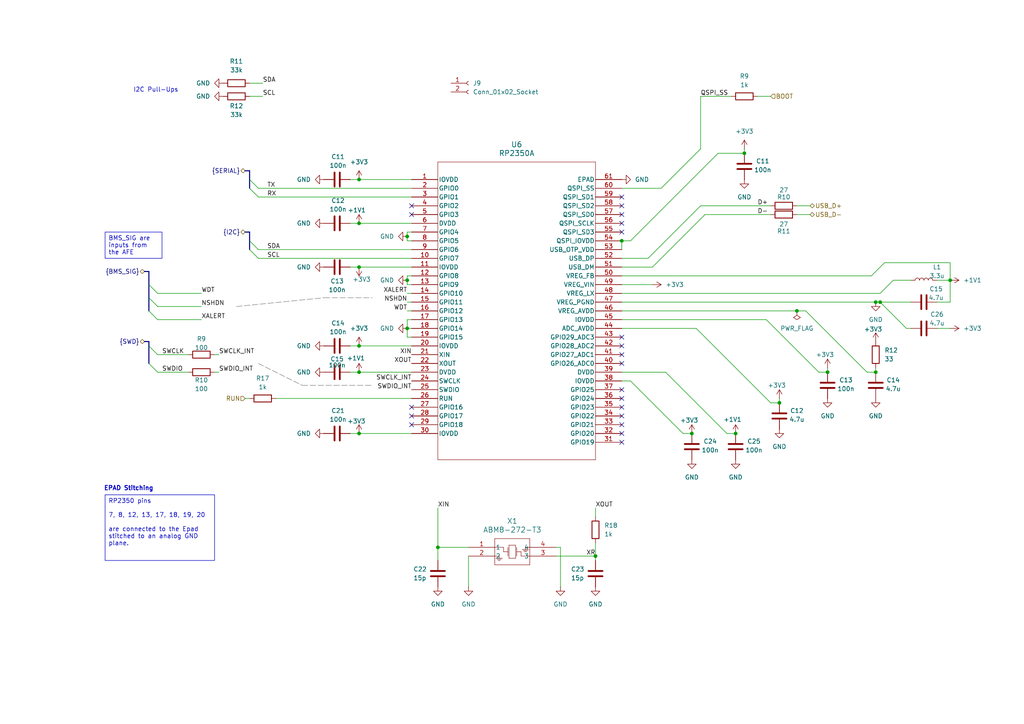
<source format=kicad_sch>
(kicad_sch (version 20250114) (generator "eeschema") (generator_version "9.0")
  (paper "A4")
  (lib_symbols
    (symbol "Connector:Conn_01x02_Socket" (pin_names (offset 1.016) (hide yes))
      (property "Reference" "J" (at 0 2.54 0))
      (property "Value" "Conn_01x02_Socket" (at 0 -5.08 0))
      (symbol "Conn_01x02_Socket_1_1"
        (polyline (pts (xy -1.27 0) (xy -0.508 0)) (stroke (width 0.1524)))
        (polyline (pts (xy -1.27 -2.54) (xy -0.508 -2.54)) (stroke (width 0.1524)))
        (arc (start 0 -0.508) (mid -0.5058 0) (end 0 0.508) (stroke (width 0.1524)))
        (arc (start 0 -3.048) (mid -0.5058 -2.54) (end 0 -2.032) (stroke (width 0.1524)))
        (pin passive line (at -5.08 0 0) (length 3.81) (name "Pin_1") (number "1"))
        (pin passive line (at -5.08 -2.54 0) (length 3.81) (name "Pin_2") (number "2"))
      )
    )
    (symbol "Device:C" (pin_numbers (hide yes)) (pin_names (offset 0.254))
      (property "Reference" "C" (at 0.635 2.54 0))
      (property "Value" "C" (at 0.635 -2.54 0))
      (symbol "C_0_1"
        (polyline (pts (xy -2.032 0.762) (xy 2.032 0.762)) (stroke (width 0.508)))
        (polyline (pts (xy -2.032 -0.762) (xy 2.032 -0.762)) (stroke (width 0.508)))
      )
      (symbol "C_1_1"
        (pin passive line (at 0 3.81 270) (length 2.794) (name "~") (number "1"))
        (pin passive line (at 0 -3.81 90) (length 2.794) (name "~") (number "2"))
      )
    )
    (symbol "Device:L" (pin_numbers (hide yes)) (pin_names (offset 1.016) (hide yes))
      (property "Reference" "L" (at -1.27 0 90))
      (property "Value" "L" (at 1.905 0 90))
      (symbol "L_0_1"
        (arc (start 0 2.54) (mid 0.6323 1.905) (end 0 1.27))
        (arc (start 0 1.27) (mid 0.6323 0.635) (end 0 0))
        (arc (start 0 0) (mid 0.6323 -0.635) (end 0 -1.27))
        (arc (start 0 -1.27) (mid 0.6323 -1.905) (end 0 -2.54))
      )
      (symbol "L_1_1"
        (pin passive line (at 0 3.81 270) (length 1.27) (name "1") (number "1"))
        (pin passive line (at 0 -3.81 90) (length 1.27) (name "2") (number "2"))
      )
    )
    (symbol "Device:R" (pin_numbers (hide yes)) (pin_names (offset 0))
      (property "Reference" "R" (at 2.032 0 90))
      (property "Value" "R" (at 0 0 90))
      (symbol "R_0_1"
        (rectangle (start -1.016 -2.54) (end 1.016 2.54) (stroke (width 0.254)))
      )
      (symbol "R_1_1"
        (pin passive line (at 0 3.81 270) (length 1.27) (name "~") (number "1"))
        (pin passive line (at 0 -3.81 90) (length 1.27) (name "~") (number "2"))
      )
    )
    (symbol "_AMB8:ABM8-272-T3" (pin_names (offset 0.254))
      (property "Reference" "X" (at 12.7 7.62 0))
      (property "Value" "ABM8-272-T3" (at 12.7 5.08 0))
      (symbol "ABM8-272-T3_0_1"
        (polyline (pts (xy 7.62 2.54) (xy 7.62 -5.08)) (stroke (width 0.127)))
        (polyline (pts (xy 7.62 -2.54) (xy 8.89 -2.54)) (stroke (width 0.127)))
        (polyline (pts (xy 7.62 -5.08) (xy 17.78 -5.08)) (stroke (width 0.127)))
        (polyline (pts (xy 7.9375 -3.175) (xy 9.8425 -3.175)) (stroke (width 0.127)))
        (polyline (pts (xy 8.255 -3.4925) (xy 9.525 -3.4925)) (stroke (width 0.127)))
        (polyline (pts (xy 8.5725 -3.81) (xy 9.2075 -3.81)) (stroke (width 0.127)))
        (polyline (pts (xy 8.89 -2.54) (xy 8.89 -3.175)) (stroke (width 0.127)))
        (polyline (pts (xy 10.16 0) (xy 7.62 0)) (stroke (width 0.127)))
        (polyline (pts (xy 10.16 -1.27) (xy 10.16 0)) (stroke (width 0.127)))
        (polyline (pts (xy 11.43 0) (xy 11.43 -2.54)) (stroke (width 0.127)))
        (polyline (pts (xy 11.43 -1.27) (xy 10.16 -1.27)) (stroke (width 0.127)))
        (polyline (pts (xy 11.7475 0.635) (xy 11.7475 -3.175)) (stroke (width 0.127)))
        (polyline (pts (xy 11.7475 -3.175) (xy 13.6525 -3.175)) (stroke (width 0.127)))
        (polyline (pts (xy 13.6525 0.635) (xy 11.7475 0.635)) (stroke (width 0.127)))
        (polyline (pts (xy 13.6525 -3.175) (xy 13.6525 0.635)) (stroke (width 0.127)))
        (polyline (pts (xy 13.97 0) (xy 13.97 -2.54)) (stroke (width 0.127)))
        (polyline (pts (xy 13.97 -1.27) (xy 15.24 -1.27)) (stroke (width 0.127)))
        (polyline (pts (xy 15.24 -1.27) (xy 15.24 -2.54)) (stroke (width 0.127)))
        (polyline (pts (xy 15.24 -2.54) (xy 17.78 -2.54)) (stroke (width 0.127)))
        (polyline (pts (xy 16.51 0) (xy 16.51 -0.635)) (stroke (width 0.127)))
        (polyline (pts (xy 16.8275 -1.27) (xy 16.1925 -1.27)) (stroke (width 0.127)))
        (polyline (pts (xy 17.145 -0.9525) (xy 15.875 -0.9525)) (stroke (width 0.127)))
        (polyline (pts (xy 17.4625 -0.635) (xy 15.5575 -0.635)) (stroke (width 0.127)))
        (polyline (pts (xy 17.78 2.54) (xy 7.62 2.54)) (stroke (width 0.127)))
        (polyline (pts (xy 17.78 0) (xy 16.51 0)) (stroke (width 0.127)))
        (polyline (pts (xy 17.78 -5.08) (xy 17.78 2.54)) (stroke (width 0.127)))
      )
      (symbol "ABM8-272-T3_1_1"
        (pin passive line (at 0 0 0) (length 7.62) (name "1") (number "1"))
        (pin passive line (at 0 -2.54 0) (length 7.62) (name "2") (number "2"))
        (pin passive line (at 25.4 0 180) (length 7.62) (name "4") (number "4"))
        (pin passive line (at 25.4 -2.54 180) (length 7.62) (name "3") (number "3"))
      )
    )
    (symbol "_RP2354A:RP2350A" (pin_names (offset 0.254))
      (property "Reference" "U" (at 30.48 10.16 0))
      (property "Value" "RP2350A" (at 30.48 7.62 0))
      (symbol "RP2350A_0_1"
        (polyline (pts (xy 7.62 5.08) (xy 7.62 -81.28)) (stroke (width 0.127)))
        (polyline (pts (xy 7.62 -81.28) (xy 53.34 -81.28)) (stroke (width 0.127)))
        (polyline (pts (xy 53.34 5.08) (xy 7.62 5.08)) (stroke (width 0.127)))
        (polyline (pts (xy 53.34 -81.28) (xy 53.34 5.08)) (stroke (width 0.127)))
        (pin power_in line (at 0 0 0) (length 7.62) (name "IOVDD") (number "1"))
        (pin bidirectional line (at 0 -2.54 0) (length 7.62) (name "GPIO0") (number "2"))
        (pin bidirectional line (at 0 -5.08 0) (length 7.62) (name "GPIO1") (number "3"))
        (pin bidirectional line (at 0 -7.62 0) (length 7.62) (name "GPIO2") (number "4"))
        (pin bidirectional line (at 0 -10.16 0) (length 7.62) (name "GPIO3") (number "5"))
        (pin power_in line (at 0 -12.7 0) (length 7.62) (name "DVDD") (number "6"))
        (pin bidirectional line (at 0 -15.24 0) (length 7.62) (name "GPIO4") (number "7"))
        (pin bidirectional line (at 0 -17.78 0) (length 7.62) (name "GPIO5") (number "8"))
        (pin bidirectional line (at 0 -20.32 0) (length 7.62) (name "GPIO6") (number "9"))
        (pin bidirectional line (at 0 -22.86 0) (length 7.62) (name "GPIO7") (number "10"))
        (pin power_in line (at 0 -25.4 0) (length 7.62) (name "IOVDD") (number "11"))
        (pin bidirectional line (at 0 -27.94 0) (length 7.62) (name "GPIO8") (number "12"))
        (pin bidirectional line (at 0 -30.48 0) (length 7.62) (name "GPIO9") (number "13"))
        (pin bidirectional line (at 0 -33.02 0) (length 7.62) (name "GPIO10") (number "14"))
        (pin bidirectional line (at 0 -35.56 0) (length 7.62) (name "GPIO11") (number "15"))
        (pin bidirectional line (at 0 -38.1 0) (length 7.62) (name "GPIO12") (number "16"))
        (pin bidirectional line (at 0 -40.64 0) (length 7.62) (name "GPIO13") (number "17"))
        (pin bidirectional line (at 0 -43.18 0) (length 7.62) (name "GPIO14") (number "18"))
        (pin bidirectional line (at 0 -45.72 0) (length 7.62) (name "GPIO15") (number "19"))
        (pin power_in line (at 0 -48.26 0) (length 7.62) (name "IOVDD") (number "20"))
        (pin power_in line (at 0 -55.88 0) (length 7.62) (name "DVDD") (number "23"))
        (pin bidirectional line (at 0 -66.04 0) (length 7.62) (name "GPIO16") (number "27"))
        (pin bidirectional line (at 0 -68.58 0) (length 7.62) (name "GPIO17") (number "28"))
        (pin bidirectional line (at 0 -71.12 0) (length 7.62) (name "GPIO18") (number "29"))
        (pin power_in line (at 0 -73.66 0) (length 7.62) (name "IOVDD") (number "30"))
        (pin bidirectional line (at 60.96 -5.08 180) (length 7.62) (name "QSPI_SD1") (number "59"))
        (pin bidirectional line (at 60.96 -7.62 180) (length 7.62) (name "QSPI_SD2") (number "58"))
        (pin bidirectional line (at 60.96 -10.16 180) (length 7.62) (name "QSPI_SD0") (number "57"))
        (pin unspecified line (at 60.96 -12.7 180) (length 7.62) (name "QSPI_SCLK") (number "56"))
        (pin bidirectional line (at 60.96 -15.24 180) (length 7.62) (name "QSPI_SD3") (number "55"))
        (pin power_in line (at 60.96 -17.78 180) (length 7.62) (name "QSPI_IOVDD") (number "54"))
        (pin power_in line (at 60.96 -20.32 180) (length 7.62) (name "USB_OTP_VDD") (number "53"))
        (pin power_in line (at 60.96 -38.1 180) (length 7.62) (name "VREG_AVDD") (number "46"))
        (pin power_in line (at 60.96 -40.64 180) (length 7.62) (name "IOVDD") (number "45"))
        (pin power_in line (at 60.96 -43.18 180) (length 7.62) (name "ADC_AVDD") (number "44"))
        (pin bidirectional line (at 60.96 -45.72 180) (length 7.62) (name "GPIO29_ADC3") (number "43"))
        (pin bidirectional line (at 60.96 -48.26 180) (length 7.62) (name "GPIO28_ADC2") (number "42"))
        (pin bidirectional line (at 60.96 -50.8 180) (length 7.62) (name "GPIO27_ADC1") (number "41"))
        (pin bidirectional line (at 60.96 -53.34 180) (length 7.62) (name "GPIO26_ADC0") (number "40"))
        (pin power_in line (at 60.96 -55.88 180) (length 7.62) (name "DVDD") (number "39"))
        (pin power_in line (at 60.96 -58.42 180) (length 7.62) (name "IOVDD") (number "38"))
        (pin bidirectional line (at 60.96 -60.96 180) (length 7.62) (name "GPIO25") (number "37"))
        (pin bidirectional line (at 60.96 -63.5 180) (length 7.62) (name "GPIO24") (number "36"))
        (pin bidirectional line (at 60.96 -66.04 180) (length 7.62) (name "GPIO23") (number "35"))
        (pin bidirectional line (at 60.96 -68.58 180) (length 7.62) (name "GPIO22") (number "34"))
        (pin bidirectional line (at 60.96 -71.12 180) (length 7.62) (name "GPIO21") (number "33"))
        (pin bidirectional line (at 60.96 -73.66 180) (length 7.62) (name "GPIO20") (number "32"))
        (pin bidirectional line (at 60.96 -76.2 180) (length 7.62) (name "GPIO19") (number "31"))
      )
      (symbol "RP2350A_1_1"
        (pin passive line (at 0 -50.8 0) (length 7.62) (name "XIN") (number "21"))
        (pin passive line (at 0 -53.34 0) (length 7.62) (name "XOUT") (number "22"))
        (pin passive line (at 0 -58.42 0) (length 7.62) (name "SWCLK") (number "24"))
        (pin passive line (at 0 -60.96 0) (length 7.62) (name "SWDIO") (number "25"))
        (pin passive line (at 0 -63.5 0) (length 7.62) (name "RUN") (number "26"))
        (pin passive line (at 60.96 0 180) (length 7.62) (name "EPAD") (number "61"))
        (pin passive line (at 60.96 -2.54 180) (length 7.62) (name "QSPI_SS") (number "60"))
        (pin passive line (at 60.96 -22.86 180) (length 7.62) (name "USB_DP") (number "52"))
        (pin passive line (at 60.96 -25.4 180) (length 7.62) (name "USB_DM") (number "51"))
        (pin passive line (at 60.96 -27.94 180) (length 7.62) (name "VREG_FB") (number "50"))
        (pin passive line (at 60.96 -30.48 180) (length 7.62) (name "VREG_VIN") (number "49"))
        (pin passive line (at 60.96 -33.02 180) (length 7.62) (name "VREG_LX") (number "48"))
        (pin passive line (at 60.96 -35.56 180) (length 7.62) (name "VREG_PGND") (number "47"))
      )
    )
    (symbol "power:+1V1" (power) (pin_numbers (hide yes)) (pin_names (offset 0) (hide yes))
      (property "Value" "+1V1" (at 0 3.556 0))
      (symbol "+1V1_0_1"
        (polyline (pts (xy -0.762 1.27) (xy 0 2.54)))
        (polyline (pts (xy 0 2.54) (xy 0.762 1.27)))
        (polyline (pts (xy 0 0) (xy 0 2.54)))
      )
      (symbol "+1V1_1_1"
        (pin power_in line (at 0 0 90) (length 0) (name "~") (number "1"))
      )
    )
    (symbol "power:+3V3" (power) (pin_numbers (hide yes)) (pin_names (offset 0) (hide yes))
      (property "Value" "+3V3" (at 0 3.556 0))
      (symbol "+3V3_0_1"
        (polyline (pts (xy -0.762 1.27) (xy 0 2.54)))
        (polyline (pts (xy 0 2.54) (xy 0.762 1.27)))
        (polyline (pts (xy 0 0) (xy 0 2.54)))
      )
      (symbol "+3V3_1_1"
        (pin power_in line (at 0 0 90) (length 0) (name "~") (number "1"))
      )
    )
    (symbol "power:GND" (power) (pin_numbers (hide yes)) (pin_names (offset 0) (hide yes))
      (property "Value" "GND" (at 0 -3.81 0))
      (symbol "GND_0_1"
        (polyline (pts (xy 0 0) (xy 0 -1.27) (xy 1.27 -1.27) (xy 0 -2.54) (xy -1.27 -1.27) (xy 0 -1.27)))
      )
      (symbol "GND_1_1"
        (pin power_in line (at 0 0 270) (length 0) (name "~") (number "1"))
      )
    )
    (symbol "power:PWR_FLAG" (power) (pin_numbers (hide yes)) (pin_names (offset 0) (hide yes))
      (property "Value" "PWR_FLAG" (at 0 3.81 0))
      (symbol "PWR_FLAG_0_0"
        (pin power_out line (at 0 0 90) (length 0) (name "~") (number "1"))
      )
      (symbol "PWR_FLAG_0_1"
        (polyline (pts (xy 0 0) (xy 0 1.27) (xy -1.016 1.905) (xy 0 2.54) (xy 1.016 1.905) (xy 0 1.27)))
      )
    )
  )
  (text "I2C Pull-Ups" (at 45.212 26.162 0) (effects (font (size 1.27 1.27))))
  (text "EPAD Stitching" (at 37.338 141.732 0) (effects (font (size 1.27 1.27) (thickness 0.254) (bold yes))))
  (text_box "BMS_SIG are inputs from the AFE" (at 30.48 67.31 0) (size 16.51 7.62) (margins 0.9525 0.9525 0.9525 0.9525) (effects (font (size 1.27 1.27)) (justify left top)))
  (text_box "RP2350 pins\n\n7, 8, 12, 13, 17, 18, 19, 20\n\nare connected to the Epad stitched to an analog GND plane." (at 30.48 143.51 0) (size 31.75 19.05) (margins 0.9525 0.9525 0.9525 0.9525) (effects (font (size 1.27 1.27)) (justify left top)))
  (junction (at 104.14 125.73))
  (junction (at 231.14 90.17))
  (junction (at 118.11 68.58))
  (junction (at 104.14 64.77))
  (junction (at 213.36 125.73))
  (junction (at 240.03 107.95))
  (junction (at 254 87.63))
  (junction (at 172.72 161.29))
  (junction (at 127 158.75))
  (junction (at 254 107.95))
  (junction (at 104.14 100.33))
  (junction (at 255.27 87.63))
  (junction (at 226.06 116.84))
  (junction (at 180.34 69.85))
  (junction (at 200.66 125.73))
  (junction (at 104.14 77.47))
  (junction (at 118.11 95.25))
  (junction (at 275.59 81.28))
  (junction (at 104.14 52.07))
  (junction (at 118.11 81.28))
  (junction (at 215.9 44.45))
  (junction (at 104.14 107.95))
  (no_connect (at 180.34 123.19))
  (no_connect (at 119.38 59.69))
  (no_connect (at 180.34 97.79))
  (no_connect (at 119.38 62.23))
  (no_connect (at 180.34 115.57))
  (no_connect (at 180.34 67.31))
  (no_connect (at 180.34 118.11))
  (no_connect (at 180.34 105.41))
  (no_connect (at 180.34 125.73))
  (no_connect (at 119.38 118.11))
  (no_connect (at 180.34 64.77))
  (no_connect (at 180.34 100.33))
  (no_connect (at 180.34 128.27))
  (no_connect (at 180.34 120.65))
  (no_connect (at 119.38 120.65))
  (no_connect (at 180.34 113.03))
  (no_connect (at 180.34 102.87))
  (no_connect (at 180.34 59.69))
  (no_connect (at 119.38 123.19))
  (no_connect (at 180.34 57.15))
  (no_connect (at 180.34 62.23))
  (bus_entry (at 43.18 105.41) (size 2.54 2.54))
  (bus_entry (at 74.93 54.61) (size -2.54 -2.54))
  (bus_entry (at 43.18 86.36) (size 2.54 2.54))
  (bus_entry (at 74.93 72.39) (size -2.54 -2.54))
  (bus_entry (at 74.93 74.93) (size -2.54 -2.54))
  (bus_entry (at 43.18 90.17) (size 2.54 2.54))
  (bus_entry (at 74.93 57.15) (size -2.54 -2.54))
  (bus_entry (at 43.18 100.33) (size 2.54 2.54))
  (bus_entry (at 43.18 82.55) (size 2.54 2.54))
  (wire (pts (xy 233.68 90.17) (xy 251.46 107.95)))
  (wire (pts (xy 127 158.75) (xy 127 162.56)))
  (wire (pts (xy 203.2 27.94) (xy 212.09 27.94)))
  (wire (pts (xy 72.39 24.13) (xy 76.2 24.13)))
  (wire (pts (xy 172.72 162.56) (xy 172.72 161.29)))
  (wire (pts (xy 45.72 92.71) (xy 58.42 92.71)))
  (wire (pts (xy 182.88 110.49) (xy 198.12 125.73)))
  (bus (pts (xy 43.18 86.36) (xy 43.18 82.55)))
  (wire (pts (xy 74.93 74.93) (xy 119.38 74.93)))
  (wire (pts (xy 62.23 107.95) (xy 63.5 107.95)))
  (wire (pts (xy 118.11 81.28) (xy 118.11 82.55)))
  (wire (pts (xy 187.96 74.93) (xy 203.2 59.69)))
  (wire (pts (xy 162.56 158.75) (xy 162.56 170.18)))
  (wire (pts (xy 223.52 116.84) (xy 226.06 116.84)))
  (wire (pts (xy 118.11 80.01) (xy 118.11 81.28)))
  (wire (pts (xy 118.11 67.31) (xy 119.38 67.31)))
  (wire (pts (xy 180.34 92.71) (xy 222.25 92.71)))
  (bus (pts (xy 41.91 99.06) (xy 43.18 99.06)))
  (wire (pts (xy 231.14 90.17) (xy 233.68 90.17)))
  (wire (pts (xy 161.29 158.75) (xy 162.56 158.75)))
  (wire (pts (xy 45.72 85.09) (xy 58.42 85.09)))
  (wire (pts (xy 118.11 87.63) (xy 119.38 87.63)))
  (wire (pts (xy 254 106.68) (xy 254 107.95)))
  (wire (pts (xy 180.34 110.49) (xy 182.88 110.49)))
  (wire (pts (xy 210.82 125.73) (xy 213.36 125.73)))
  (wire (pts (xy 101.6 107.95) (xy 104.14 107.95)))
  (polyline (pts (xy 93.98 86.36) (xy 107.95 86.36)) (stroke (width 0) (type dash) (color 132 132 132 1)))
  (bus (pts (xy 71.12 49.53) (xy 72.39 49.53)))
  (wire (pts (xy 275.59 76.2) (xy 275.59 81.28)))
  (wire (pts (xy 118.11 97.79) (xy 119.38 97.79)))
  (bus (pts (xy 72.39 69.85) (xy 72.39 72.39)))
  (polyline (pts (xy 74.93 105.41) (xy 87.63 111.76)) (stroke (width 0) (type dash) (color 132 132 132 1)))
  (wire (pts (xy 72.39 27.94) (xy 76.2 27.94)))
  (wire (pts (xy 182.88 69.85) (xy 208.28 44.45)))
  (wire (pts (xy 271.78 87.63) (xy 275.59 87.63)))
  (wire (pts (xy 104.14 125.73) (xy 119.38 125.73)))
  (bus (pts (xy 43.18 90.17) (xy 43.18 86.36)))
  (wire (pts (xy 118.11 85.09) (xy 119.38 85.09)))
  (wire (pts (xy 208.28 44.45) (xy 215.9 44.45)))
  (wire (pts (xy 118.11 80.01) (xy 119.38 80.01)))
  (wire (pts (xy 201.93 95.25) (xy 223.52 116.84)))
  (bus (pts (xy 43.18 78.74) (xy 43.18 82.55)))
  (wire (pts (xy 215.9 43.18) (xy 215.9 44.45)))
  (wire (pts (xy 118.11 92.71) (xy 118.11 95.25)))
  (wire (pts (xy 180.34 54.61) (xy 191.77 54.61)))
  (bus (pts (xy 43.18 99.06) (xy 43.18 100.33)))
  (wire (pts (xy 180.34 90.17) (xy 231.14 90.17)))
  (polyline (pts (xy 87.63 111.76) (xy 107.95 111.76)) (stroke (width 0) (type dash) (color 132 132 132 1)))
  (wire (pts (xy 118.11 67.31) (xy 118.11 68.58)))
  (wire (pts (xy 161.29 161.29) (xy 172.72 161.29)))
  (wire (pts (xy 262.89 95.25) (xy 255.27 87.63)))
  (wire (pts (xy 45.72 88.9) (xy 58.42 88.9)))
  (wire (pts (xy 271.78 81.28) (xy 275.59 81.28)))
  (wire (pts (xy 191.77 54.61) (xy 203.2 43.18)))
  (wire (pts (xy 254 107.95) (xy 251.46 107.95)))
  (wire (pts (xy 180.34 69.85) (xy 182.88 69.85)))
  (wire (pts (xy 231.14 62.23) (xy 234.95 62.23)))
  (bus (pts (xy 43.18 100.33) (xy 43.18 105.41)))
  (wire (pts (xy 172.72 157.48) (xy 172.72 161.29)))
  (wire (pts (xy 237.49 107.95) (xy 240.03 107.95)))
  (wire (pts (xy 80.01 115.57) (xy 119.38 115.57)))
  (wire (pts (xy 118.11 90.17) (xy 119.38 90.17)))
  (wire (pts (xy 104.14 77.47) (xy 119.38 77.47)))
  (wire (pts (xy 180.34 74.93) (xy 187.96 74.93)))
  (wire (pts (xy 180.34 77.47) (xy 189.23 77.47)))
  (wire (pts (xy 71.12 115.57) (xy 72.39 115.57)))
  (wire (pts (xy 180.34 80.01) (xy 252.73 80.01)))
  (polyline (pts (xy 68.58 88.9) (xy 93.98 86.36)) (stroke (width 0) (type dash) (color 132 132 132 1)))
  (bus (pts (xy 72.39 49.53) (xy 72.39 52.07)))
  (wire (pts (xy 118.11 92.71) (xy 119.38 92.71)))
  (wire (pts (xy 74.93 57.15) (xy 119.38 57.15)))
  (wire (pts (xy 256.54 76.2) (xy 275.59 76.2)))
  (wire (pts (xy 259.08 81.28) (xy 255.27 85.09)))
  (wire (pts (xy 180.34 107.95) (xy 193.04 107.95)))
  (wire (pts (xy 104.14 107.95) (xy 119.38 107.95)))
  (wire (pts (xy 118.11 69.85) (xy 119.38 69.85)))
  (wire (pts (xy 189.23 77.47) (xy 204.47 62.23)))
  (wire (pts (xy 180.34 87.63) (xy 254 87.63)))
  (wire (pts (xy 240.03 106.68) (xy 240.03 107.95)))
  (wire (pts (xy 180.34 95.25) (xy 201.93 95.25)))
  (wire (pts (xy 189.23 82.55) (xy 180.34 82.55)))
  (wire (pts (xy 74.93 72.39) (xy 119.38 72.39)))
  (bus (pts (xy 72.39 52.07) (xy 72.39 54.61)))
  (wire (pts (xy 180.34 69.85) (xy 180.34 72.39)))
  (wire (pts (xy 255.27 85.09) (xy 180.34 85.09)))
  (wire (pts (xy 104.14 52.07) (xy 119.38 52.07)))
  (wire (pts (xy 262.89 95.25) (xy 264.16 95.25)))
  (bus (pts (xy 71.12 67.31) (xy 72.39 67.31)))
  (wire (pts (xy 204.47 62.23) (xy 223.52 62.23)))
  (wire (pts (xy 104.14 52.07) (xy 101.6 52.07)))
  (wire (pts (xy 101.6 77.47) (xy 104.14 77.47)))
  (wire (pts (xy 127 158.75) (xy 135.89 158.75)))
  (wire (pts (xy 198.12 125.73) (xy 200.66 125.73)))
  (wire (pts (xy 62.23 102.87) (xy 63.5 102.87)))
  (wire (pts (xy 193.04 107.95) (xy 210.82 125.73)))
  (wire (pts (xy 219.71 27.94) (xy 223.52 27.94)))
  (wire (pts (xy 226.06 115.57) (xy 226.06 116.84)))
  (wire (pts (xy 101.6 64.77) (xy 104.14 64.77)))
  (wire (pts (xy 254 87.63) (xy 255.27 87.63)))
  (bus (pts (xy 72.39 67.31) (xy 72.39 69.85)))
  (wire (pts (xy 101.6 100.33) (xy 104.14 100.33)))
  (wire (pts (xy 259.08 81.28) (xy 264.16 81.28)))
  (wire (pts (xy 45.72 107.95) (xy 54.61 107.95)))
  (wire (pts (xy 118.11 68.58) (xy 118.11 69.85)))
  (wire (pts (xy 118.11 82.55) (xy 119.38 82.55)))
  (wire (pts (xy 45.72 102.87) (xy 54.61 102.87)))
  (wire (pts (xy 172.72 147.32) (xy 172.72 149.86)))
  (wire (pts (xy 203.2 59.69) (xy 223.52 59.69)))
  (wire (pts (xy 222.25 92.71) (xy 237.49 107.95)))
  (wire (pts (xy 74.93 54.61) (xy 119.38 54.61)))
  (bus (pts (xy 41.91 78.74) (xy 43.18 78.74)))
  (wire (pts (xy 256.54 76.2) (xy 252.73 80.01)))
  (wire (pts (xy 255.27 87.63) (xy 264.16 87.63)))
  (wire (pts (xy 101.6 125.73) (xy 104.14 125.73)))
  (wire (pts (xy 104.14 100.33) (xy 119.38 100.33)))
  (wire (pts (xy 127 147.32) (xy 127 158.75)))
  (wire (pts (xy 271.78 95.25) (xy 275.59 95.25)))
  (wire (pts (xy 118.11 95.25) (xy 119.38 95.25)))
  (wire (pts (xy 231.14 59.69) (xy 234.95 59.69)))
  (wire (pts (xy 275.59 81.28) (xy 275.59 87.63)))
  (wire (pts (xy 118.11 95.25) (xy 118.11 97.79)))
  (wire (pts (xy 104.14 64.77) (xy 119.38 64.77)))
  (wire (pts (xy 203.2 27.94) (xy 203.2 43.18)))
  (wire (pts (xy 135.89 161.29) (xy 135.89 170.18)))
  (label "XR" (at 172.72 161.29 180))
  (label "NSHDN" (at 118.11 87.63 180))
  (label "XIN" (at 119.38 102.87 180))
  (label "XALERT" (at 58.42 92.71 0))
  (label "TX" (at 77.47 54.61 0))
  (label "SDA" (at 76.2 24.13 0))
  (label "D+" (at 219.71 59.69 0))
  (label "WDT" (at 118.11 90.17 180))
  (label "RX" (at 77.47 57.15 0))
  (label "WDT" (at 58.42 85.09 0))
  (label "SWDIO_INT" (at 119.38 113.03 180))
  (label "SCL" (at 76.2 27.94 0))
  (label "XALERT" (at 118.11 85.09 180))
  (label "SWCLK_INT" (at 63.5 102.87 0))
  (label "SWCLK" (at 46.99 102.87 0))
  (label "D-" (at 219.71 62.23 0))
  (label "XOUT" (at 119.38 105.41 180))
  (label "SWDIO" (at 46.99 107.95 0))
  (label "XOUT" (at 172.72 147.32 0))
  (label "NSHDN" (at 58.42 88.9 0))
  (label "SWDIO_INT" (at 63.5 107.95 0))
  (label "SCL" (at 77.47 74.93 0))
  (label "SWCLK_INT" (at 119.38 110.49 180))
  (label "XIN" (at 127 147.32 0))
  (label "SDA" (at 77.47 72.39 0))
  (label "QSPI_SS" (at 203.2 27.94 0))
  (hierarchical_label "{SERIAL}" (shape bidirectional) (at 71.12 49.53 180))
  (hierarchical_label "USB_D+" (shape bidirectional) (at 234.95 59.69 0))
  (hierarchical_label "USB_D-" (shape bidirectional) (at 234.95 62.23 0))
  (hierarchical_label "{I2C}" (shape bidirectional) (at 71.12 67.31 180))
  (hierarchical_label "{BMS_SIG}" (shape bidirectional) (at 41.91 78.74 180))
  (hierarchical_label "BOOT" (shape input) (at 223.52 27.94 0))
  (hierarchical_label "RUN" (shape input) (at 71.12 115.57 180))
  (hierarchical_label "{SWD}" (shape bidirectional) (at 41.91 99.06 180))
  (symbol (lib_id "Device:R") (at 68.58 24.13 90) (unit 1)
    (property "Reference" "R11" (at 68.58 17.78 90))
    (property "Value" "33k" (at 68.58 20.32 90))
    (property "Footprint" "Resistor_SMD:R_0402_1005Metric" (effects (hide yes)))
    (property "Datasheet" "https://www.koaspeer.com/pdfs/RN73R.pdf" (effects (hide yes)))
    (property "Description" "RES 33K OHM 0.1% 1/16W 0402" (effects (hide yes)))
    (property "Mfr" "KOA Speer Electronics, Inc." (effects (hide yes)))
    (property "Mfr P/N" "RN73R1ETTP3302B25" (effects (hide yes)))
    (property "Supplier_1" "Digikey" (effects (hide yes)))
    (property "Supplier_1 P/N" "2019-RN73R1ETTP3302B25TR-ND" (effects (hide yes)))
    (property "Supplier_1 Unit Price" "0.10000" (effects (hide yes)))
    (property "Supplier_1 Price @ Qty" "1" (effects (hide yes)))
  )
  (symbol (lib_id "Device:R") (at 227.33 59.69 90) (unit 1)
    (property "Reference" "R10" (at 227.33 57.15 90))
    (property "Value" "27" (at 227.33 55.118 90))
    (property "Footprint" "Resistor_SMD:R_0201_0603Metric" (effects (hide yes)))
    (property "Datasheet" "https://www.yageogroup.com/content/datasheet/asset/file/PYU-RC_GROUP_51_ROHS_L" (effects (hide yes)))
    (property "Description" "YAG2554TR-ND" (effects (hide yes)))
    (property "Mfr" "YAGEO" (effects (hide yes)))
    (property "Mfr P/N" "RC0201FR-0727RL" (effects (hide yes)))
    (property "Supplier_1" "Digikey" (effects (hide yes)))
    (property "Supplier_1 P/N" "YAG2554TR-ND" (effects (hide yes)))
    (property "Supplier_1 Unit Price" "0.10000" (effects (hide yes)))
    (property "Supplier_1 Price @ Qty" "1" (effects (hide yes)))
  )
  (symbol (lib_id "Device:C") (at 226.06 120.65 0) (unit 1)
    (property "Reference" "C12" (at 231.14 119.126 0))
    (property "Value" "4.7u" (at 231.14 121.666 0))
    (property "Footprint" "Capacitor_SMD:C_0402_1005Metric" (effects (hide yes)))
    (property "Datasheet" "https://search.murata.co.jp/Ceramy/image/img/A01X/G101/ENG/GRM155R60J475ME87-01.pdf" (effects (hide yes)))
    (property "Description" "CAP CER 4.7UF 6.3V X5R 0402" (effects (hide yes)))
    (property "Mfr" "Murata Electronics" (effects (hide yes)))
    (property "Mfr P/N" "GRM155R60J475ME87D" (effects (hide yes)))
    (property "Supplier_1" "Digkey" (effects (hide yes)))
    (property "Supplier_1 P/N" "490-5408-2-ND" (effects (hide yes)))
    (property "Supplier_1 Unit Price" "0.10000" (effects (hide yes)))
    (property "Supplier_1 Price @ Qty" "1" (effects (hide yes)))
  )
  (symbol (lib_id "Device:R") (at 227.33 62.23 90) (unit 1)
    (property "Reference" "R11" (at 227.33 67.056 90))
    (property "Value" "27" (at 227.33 65.024 90))
    (property "Footprint" "Resistor_SMD:R_0201_0603Metric" (effects (hide yes)))
    (property "Datasheet" "https://www.yageogroup.com/content/datasheet/asset/file/PYU-RC_GROUP_51_ROHS_L" (effects (hide yes)))
    (property "Description" "YAG2554TR-ND" (effects (hide yes)))
    (property "Mfr" "YAGEO" (effects (hide yes)))
    (property "Mfr P/N" "RC0201FR-0727RL" (effects (hide yes)))
    (property "Supplier_1" "Digikey" (effects (hide yes)))
    (property "Supplier_1 P/N" "YAG2554TR-ND" (effects (hide yes)))
    (property "Supplier_1 Unit Price" "0.10000" (effects (hide yes)))
    (property "Supplier_1 Price @ Qty" "1" (effects (hide yes)))
  )
  (symbol (lib_id "power:+3V3") (at 189.23 82.55 270) (unit 1)
    (property "Reference" "#PWR041" (effects (hide yes)))
    (property "Value" "+3V3" (at 193.04 82.5499 90) (effects (justify left)))
    (property "Description" "Power symbol creates a global label with name \"+3V3\"" (effects (hide yes)))
  )
  (symbol (lib_id "power:PWR_FLAG") (at 231.14 90.17 180) (unit 1)
    (property "Reference" "#FLG01" (effects (hide yes)))
    (property "Value" "PWR_FLAG" (at 231.14 95.25 0))
    (property "Description" "Special symbol for telling ERC where power comes from" (effects (hide yes)))
  )
  (symbol (lib_id "power:+1V1") (at 275.59 81.28 270) (unit 1)
    (property "Reference" "#PWR046" (effects (hide yes)))
    (property "Value" "+1V1" (at 279.4 81.2799 90) (effects (justify left)))
    (property "Description" "Power symbol creates a global label with name \"+1V1\"" (effects (hide yes)))
  )
  (symbol (lib_id "power:GND") (at 93.98 77.47 270) (unit 1)
    (property "Reference" "#PWR023" (effects (hide yes)))
    (property "Value" "GND" (at 90.17 77.4699 90) (effects (justify right)))
    (property "Description" "Power symbol creates a global label with name \"GND\" , ground" (effects (hide yes)))
  )
  (symbol (lib_id "power:+1V1") (at 104.14 107.95 0) (unit 1)
    (property "Reference" "#PWR022" (effects (hide yes)))
    (property "Value" "+1V1" (at 100.584 103.886 0) (effects (justify left)))
    (property "Description" "Power symbol creates a global label with name \"+1V1\"" (effects (hide yes)))
  )
  (symbol (lib_id "power:GND") (at 93.98 52.07 270) (unit 1)
    (property "Reference" "#PWR021" (effects (hide yes)))
    (property "Value" "GND" (at 90.17 52.0699 90) (effects (justify right)))
    (property "Description" "Power symbol creates a global label with name \"GND\" , ground" (effects (hide yes)))
  )
  (symbol (lib_id "power:GND") (at 118.11 68.58 270) (unit 1)
    (property "Reference" "#PWR024" (effects (hide yes)))
    (property "Value" "GND" (at 114.3 68.5799 90) (effects (justify right)))
    (property "Description" "Power symbol creates a global label with name \"GND\" , ground" (effects (hide yes)))
  )
  (symbol (lib_id "Device:R") (at 68.58 27.94 270) (unit 1)
    (property "Reference" "R12" (at 68.58 30.734 90))
    (property "Value" "33k" (at 68.58 33.274 90))
    (property "Footprint" "Resistor_SMD:R_0402_1005Metric" (effects (hide yes)))
    (property "Datasheet" "https://www.koaspeer.com/pdfs/RN73R.pdf" (effects (hide yes)))
    (property "Description" "RES 33K OHM 0.1% 1/16W 0402" (effects (hide yes)))
    (property "Mfr" "KOA Speer Electronics, Inc." (effects (hide yes)))
    (property "Mfr P/N" "RN73R1ETTP3302B25" (effects (hide yes)))
    (property "Supplier_1" "Digikey" (effects (hide yes)))
    (property "Supplier_1 P/N" "2019-RN73R1ETTP3302B25TR-ND" (effects (hide yes)))
    (property "Supplier_1 Unit Price" "0.10000" (effects (hide yes)))
    (property "Supplier_1 Price @ Qty" "1" (effects (hide yes)))
  )
  (symbol (lib_id "Device:C") (at 97.79 107.95 90) (unit 1)
    (property "Reference" "C15" (at 97.79 104.14 90))
    (property "Value" "100n" (at 97.79 105.918 90))
    (property "Footprint" "Capacitor_SMD:C_0201_0603Metric" (effects (hide yes)))
    (property "Datasheet" "https://search.murata.co.jp/Ceramy/image/img/A01X/G101/ENG/GRT033R60J104KE01-01.pdf" (effects (hide yes)))
    (property "Description" "CAP CER 0.1UF 6.3V X5R 0201" (effects (hide yes)))
    (property "Mfr" "Murata Electronics" (effects (hide yes)))
    (property "Mfr P/N" "GRT033R60J104KE01D" (effects (hide yes)))
    (property "Supplier_1" "Digikey" (effects (hide yes)))
    (property "Supplier_1 P/N" "490-16306-2-ND" (effects (hide yes)))
    (property "Supplier_1 Unit Price" "0.10000" (effects (hide yes)))
    (property "Supplier_1 Price @ Qty" "1" (effects (hide yes)))
  )
  (symbol (lib_id "power:+3V3") (at 215.9 43.18 0) (mirror y) (unit 1)
    (property "Reference" "#PWR037" (effects (hide yes)))
    (property "Value" "+3V3" (at 215.9 38.1 0))
    (property "Description" "Power symbol creates a global label with name \"+3V3\"" (effects (hide yes)))
  )
  (symbol (lib_id "Device:C") (at 97.79 125.73 90) (unit 1)
    (property "Reference" "C21" (at 98.044 119.126 90))
    (property "Value" "100n" (at 98.044 121.666 90))
    (property "Footprint" "Capacitor_SMD:C_0201_0603Metric" (effects (hide yes)))
    (property "Datasheet" "https://search.murata.co.jp/Ceramy/image/img/A01X/G101/ENG/GRT033R60J104KE01-01.pdf" (effects (hide yes)))
    (property "Description" "CAP CER 0.1UF 6.3V X5R 0201" (effects (hide yes)))
    (property "Mfr" "Murata Electronics" (effects (hide yes)))
    (property "Mfr P/N" "GRT033R60J104KE01D" (effects (hide yes)))
    (property "Supplier_1" "Digikey" (effects (hide yes)))
    (property "Supplier_1 P/N" "490-16306-2-ND" (effects (hide yes)))
    (property "Supplier_1 Unit Price" "0.10000" (effects (hide yes)))
    (property "Supplier_1 Price @ Qty" "1" (effects (hide yes)))
  )
  (symbol (lib_id "Device:C") (at 213.36 129.54 0) (unit 1)
    (property "Reference" "C25" (at 218.694 128.016 0))
    (property "Value" "100n" (at 218.694 130.556 0))
    (property "Footprint" "Capacitor_SMD:C_0201_0603Metric" (effects (hide yes)))
    (property "Datasheet" "https://search.murata.co.jp/Ceramy/image/img/A01X/G101/ENG/GRT033R60J104KE01-01.pdf" (effects (hide yes)))
    (property "Description" "CAP CER 0.1UF 6.3V X5R 0201" (effects (hide yes)))
    (property "Mfr" "Murata Electronics" (effects (hide yes)))
    (property "Mfr P/N" "GRT033R60J104KE01D" (effects (hide yes)))
    (property "Supplier_1" "Digikey" (effects (hide yes)))
    (property "Supplier_1 P/N" "490-16306-2-ND" (effects (hide yes)))
    (property "Supplier_1 Unit Price" "0.10000" (effects (hide yes)))
    (property "Supplier_1 Price @ Qty" "1" (effects (hide yes)))
  )
  (symbol (lib_id "power:GND") (at 215.9 52.07 0) (unit 1)
    (property "Reference" "#PWR038" (effects (hide yes)))
    (property "Value" "GND" (at 215.9 57.15 0))
    (property "Description" "Power symbol creates a global label with name \"GND\" , ground" (effects (hide yes)))
  )
  (symbol (lib_id "Device:R") (at 215.9 27.94 90) (unit 1)
    (property "Reference" "R9" (at 215.9 22.098 90))
    (property "Value" "1k" (at 215.9 24.638 90))
    (property "Footprint" "Resistor_SMD:R_0402_1005Metric" (effects (hide yes)))
    (property "Datasheet" "https://www.koaspeer.com/pdfs/RK73-RT.pdf" (effects (hide yes)))
    (property "Description" "RES 1K OHM 1% 1/10W 0402" (effects (hide yes)))
    (property "Mfr" "KOA Speer Electronics, Inc." (effects (hide yes)))
    (property "Mfr P/N" "RK73H1ERTTP1001F" (effects (hide yes)))
    (property "Supplier_1" "Digikey" (effects (hide yes)))
    (property "Supplier_1 P/N" "2019-RK73H1ERTTP1001FTR-ND" (effects (hide yes)))
    (property "Supplier_1 Unit Price" "0.13000" (effects (hide yes)))
    (property "Supplier_1 Price @ Qty" "1" (effects (hide yes)))
  )
  (symbol (lib_id "Device:R") (at 58.42 107.95 270) (unit 1)
    (property "Reference" "R10" (at 58.42 110.236 90))
    (property "Value" "100" (at 58.42 112.776 90))
    (property "Footprint" "Resistor_SMD:R_0201_0603Metric" (effects (hide yes)))
    (property "Datasheet" "https://www.yageogroup.com/content/datasheet/asset/file/PYU-AC_51_ROHS_L" (effects (hide yes)))
    (property "Description" "RES SMD 100 OHM 1% 1/20W 0201" (effects (hide yes)))
    (property "Mfr" "YAGEO" (effects (hide yes)))
    (property "Mfr P/N" "AC0201FR-07100RL" (effects (hide yes)))
    (property "Supplier_1" "Digikey" (effects (hide yes)))
    (property "Supplier_1 P/N" "YAG3412TR-ND" (effects (hide yes)))
    (property "Supplier_1 Unit Price" "0.10000" (effects (hide yes)))
    (property "Supplier_1 Price @ Qty" "1" (effects (hide yes)))
  )
  (symbol (lib_id "power:+1V1") (at 213.36 125.73 0) (unit 1)
    (property "Reference" "#PWR044" (effects (hide yes)))
    (property "Value" "+1V1" (at 209.804 121.666 0) (effects (justify left)))
    (property "Description" "Power symbol creates a global label with name \"+1V1\"" (effects (hide yes)))
  )
  (symbol (lib_id "Device:C") (at 267.97 87.63 90) (unit 1)
    (property "Reference" "C15" (at 271.526 83.82 90))
    (property "Value" "4.7u" (at 271.526 86.36 90))
    (property "Footprint" "Capacitor_SMD:C_0402_1005Metric" (effects (hide yes)))
    (property "Datasheet" "https://search.murata.co.jp/Ceramy/image/img/A01X/G101/ENG/GRM155R60J475ME87-01.pdf" (effects (hide yes)))
    (property "Description" "CAP CER 4.7UF 6.3V X5R 0402" (effects (hide yes)))
    (property "Mfr" "Murata Electronics" (effects (hide yes)))
    (property "Mfr P/N" "GRM155R60J475ME87D" (effects (hide yes)))
    (property "Supplier_1" "Digkey" (effects (hide yes)))
    (property "Supplier_1 P/N" "490-5408-2-ND" (effects (hide yes)))
    (property "Supplier_1 Unit Price" "0.10000" (effects (hide yes)))
    (property "Supplier_1 Price @ Qty" "1" (effects (hide yes)))
  )
  (symbol (lib_id "power:+3V3") (at 104.14 100.33 0) (unit 1)
    (property "Reference" "#PWR021" (effects (hide yes)))
    (property "Value" "+3V3" (at 104.14 95.25 0))
    (property "Description" "Power symbol creates a global label with name \"+3V3\"" (effects (hide yes)))
  )
  (symbol (lib_id "power:GND") (at 118.11 95.25 270) (unit 1)
    (property "Reference" "#PWR026" (effects (hide yes)))
    (property "Value" "GND" (at 114.3 95.2499 90) (effects (justify right)))
    (property "Description" "Power symbol creates a global label with name \"GND\" , ground" (effects (hide yes)))
  )
  (symbol (lib_id "Device:C") (at 97.79 77.47 90) (unit 1)
    (property "Reference" "C13" (at 97.79 81.534 90))
    (property "Value" "100n" (at 97.79 84.074 90))
    (property "Footprint" "Capacitor_SMD:C_0201_0603Metric" (effects (hide yes)))
    (property "Datasheet" "https://search.murata.co.jp/Ceramy/image/img/A01X/G101/ENG/GRT033R60J104KE01-01.pdf" (effects (hide yes)))
    (property "Description" "CAP CER 0.1UF 6.3V X5R 0201" (effects (hide yes)))
    (property "Mfr" "Murata Electronics" (effects (hide yes)))
    (property "Mfr P/N" "GRT033R60J104KE01D" (effects (hide yes)))
    (property "Supplier_1" "Digikey" (effects (hide yes)))
    (property "Supplier_1 P/N" "490-16306-2-ND" (effects (hide yes)))
    (property "Supplier_1 Unit Price" "0.10000" (effects (hide yes)))
    (property "Supplier_1 Price @ Qty" "1" (effects (hide yes)))
  )
  (symbol (lib_id "power:GND") (at 118.11 81.28 270) (unit 1)
    (property "Reference" "#PWR025" (effects (hide yes)))
    (property "Value" "GND" (at 114.3 81.2799 90) (effects (justify right)))
    (property "Description" "Power symbol creates a global label with name \"GND\" , ground" (effects (hide yes)))
  )
  (symbol (lib_id "power:GND") (at 254 87.63 0) (unit 1)
    (property "Reference" "#PWR043" (effects (hide yes)))
    (property "Value" "GND" (at 254 92.71 0))
    (property "Description" "Power symbol creates a global label with name \"GND\" , ground" (effects (hide yes)))
  )
  (symbol (lib_id "Device:C") (at 215.9 48.26 0) (unit 1)
    (property "Reference" "C11" (at 221.234 46.736 0))
    (property "Value" "100n" (at 221.234 49.276 0))
    (property "Footprint" "Capacitor_SMD:C_0201_0603Metric" (effects (hide yes)))
    (property "Datasheet" "https://search.murata.co.jp/Ceramy/image/img/A01X/G101/ENG/GRT033R60J104KE01-01.pdf" (effects (hide yes)))
    (property "Description" "CAP CER 0.1UF 6.3V X5R 0201" (effects (hide yes)))
    (property "Mfr" "Murata Electronics" (effects (hide yes)))
    (property "Mfr P/N" "GRT033R60J104KE01D" (effects (hide yes)))
    (property "Supplier_1" "Digikey" (effects (hide yes)))
    (property "Supplier_1 P/N" "490-16306-2-ND" (effects (hide yes)))
    (property "Supplier_1 Unit Price" "0.10000" (effects (hide yes)))
    (property "Supplier_1 Price @ Qty" "1" (effects (hide yes)))
  )
  (symbol (lib_id "Device:R") (at 172.72 153.67 0) (unit 1)
    (property "Reference" "R18" (at 175.26 152.3999 0) (effects (justify left)))
    (property "Value" "1k" (at 175.26 154.9399 0) (effects (justify left)))
    (property "Footprint" "Resistor_SMD:R_0201_0603Metric" (effects (hide yes)))
    (property "Datasheet" "https://www.bourns.com/docs/product-datasheets/cr-a-as.pdf" (effects (hide yes)))
    (property "Description" "RESA-AS 0201 1K 1% 50MW TC200" (effects (hide yes)))
    (property "Mfr" "Bourns Inc." (effects (hide yes)))
    (property "Mfr P/N" "CR0201AFW-1001GAS" (effects (hide yes)))
    (property "Supplier_1" "Digikey" (effects (hide yes)))
    (property "Supplier_1 P/N" "CR0201AFW-1001GASTR-ND" (effects (hide yes)))
    (property "Supplier_1 Unit Price" "0.1" (effects (hide yes)))
    (property "Supplier_1 Price @ Qty" "1" (effects (hide yes)))
  )
  (symbol (lib_id "Device:R") (at 76.2 115.57 90) (unit 1)
    (property "Reference" "R17" (at 76.2 109.728 90))
    (property "Value" "1k" (at 76.2 112.268 90))
    (property "Footprint" "Resistor_SMD:R_0402_1005Metric" (effects (hide yes)))
    (property "Datasheet" "https://www.koaspeer.com/pdfs/RK73-RT.pdf" (effects (hide yes)))
    (property "Description" "RES 1K OHM 1% 1/10W 0402" (effects (hide yes)))
    (property "Mfr" "KOA Speer Electronics, Inc." (effects (hide yes)))
    (property "Mfr P/N" "RK73H1ERTTP1001F" (effects (hide yes)))
    (property "Supplier_1" "Digikey" (effects (hide yes)))
    (property "Supplier_1 P/N" "2019-RK73H1ERTTP1001FTR-ND" (effects (hide yes)))
    (property "Supplier_1 Unit Price" "0.13000" (effects (hide yes)))
    (property "Supplier_1 Price @ Qty" "1" (effects (hide yes)))
  )
  (symbol (lib_id "power:GND") (at 64.77 27.94 270) (unit 1)
    (property "Reference" "#PWR020" (effects (hide yes)))
    (property "Value" "GND" (at 60.96 27.9399 90) (effects (justify right)))
    (property "Description" "Power symbol creates a global label with name \"GND\" , ground" (effects (hide yes)))
  )
  (symbol (lib_id "power:+3V3") (at 200.66 125.73 0) (unit 1)
    (property "Reference" "#PWR042" (effects (hide yes)))
    (property "Value" "+3V3" (at 199.898 121.92 0))
    (property "Description" "Power symbol creates a global label with name \"+3V3\"" (effects (hide yes)))
  )
  (symbol (lib_id "Device:L") (at 267.97 81.28 90) (unit 1)
    (property "Reference" "L1" (at 271.78 77.47 90))
    (property "Value" "3.3u" (at 271.78 80.01 90))
    (property "Footprint" "Inductor_SMD:L_0805_2012Metric" (effects (hide yes)))
    (property "Datasheet" "https://abracon.com/datasheets/AOTA-B201610S3R3-101-T.pdf" (effects (hide yes)))
    (property "Description" "FIXED IND 3.3UH  2.4 A 140MOHM" (effects (hide yes)))
    (property "Mfr" "Abracon LLC" (effects (hide yes)))
    (property "Mfr P/N" "AOTA-B201610S3R3-101-T" (effects (hide yes)))
    (property "Supplier_1" "Digikey" (effects (hide yes)))
    (property "Supplier_1 P/N" "535-AOTA-B201610S3R3-101-TTR-ND" (effects (hide yes)))
    (property "Supplier_1 Unit Price" "0.22000" (effects (hide yes)))
    (property "Supplier_1 Price @ Qty" "1" (effects (hide yes)))
  )
  (symbol (lib_id "power:+1V1") (at 104.14 64.77 0) (unit 1)
    (property "Reference" "#PWR019" (effects (hide yes)))
    (property "Value" "+1V1" (at 100.838 60.96 0) (effects (justify left)))
    (property "Description" "Power symbol creates a global label with name \"+1V1\"" (effects (hide yes)))
  )
  (symbol (lib_id "_RP2354A:RP2350A") (at 119.38 52.07 0) (unit 1)
    (property "Reference" "U6" (at 149.86 41.91 0) (effects (font (size 1.524 1.524))))
    (property "Value" "RP2350A" (at 149.86 44.45 0) (effects (font (size 1.524 1.524))))
    (property "Footprint" "_BMS:QFN-60_7X7_RPI" (effects (hide yes)))
    (property "Datasheet" "RP2350A" (effects (hide yes)))
    (property "Description" "RP2354A0A4 / 13\" REEL - 3400PCS" (effects (hide yes)))
    (property "Mfr" "Raspberry Pi" (effects (hide yes)))
    (property "Mfr P/N" "SC1511(13)-A4" (effects (hide yes)))
    (property "Supplier_1" "Digikey" (effects (hide yes)))
    (property "Supplier_1 P/N" "2648-SC1511(13)-A4TR-ND" (effects (hide yes)))
    (property "Supplier_1 Unit Price" "1.00000" (effects (hide yes)))
    (property "Supplier_1 Price @ Qty" "1" (effects (hide yes)))
  )
  (symbol (lib_id "Device:R") (at 254 102.87 0) (unit 1)
    (property "Reference" "R12" (at 256.54 101.5999 0) (effects (justify left)))
    (property "Value" "33" (at 256.54 104.1399 0) (effects (justify left)))
    (property "Footprint" "Resistor_SMD:R_0402_1005Metric" (effects (hide yes)))
    (property "Datasheet" "https://www.yageogroup.com/content/Resource%20Library/Datasheet/PYU-PE_521_ROHS_L.pdf" (effects (hide yes)))
    (property "Description" "RES 0.033 OHM 1% 1/16W 0402" (effects (hide yes)))
    (property "Mfr" "PE0402FRF070R033L" (effects (hide yes)))
    (property "Mfr P/N" "YAGEO" (effects (hide yes)))
    (property "Supplier_1" "Digikey" (effects (hide yes)))
    (property "Supplier_1 P/N" "13-PE0402FRF070R033LTR-ND" (effects (hide yes)))
    (property "Supplier_1 Unit Price" "0.54000" (effects (hide yes)))
    (property "Supplier_1 Price @ Qty" "1" (effects (hide yes)))
  )
  (symbol (lib_id "Device:C") (at 97.79 52.07 90) (unit 1)
    (property "Reference" "C11" (at 98.044 45.466 90))
    (property "Value" "100n" (at 98.044 48.006 90))
    (property "Footprint" "Capacitor_SMD:C_0201_0603Metric" (effects (hide yes)))
    (property "Datasheet" "https://search.murata.co.jp/Ceramy/image/img/A01X/G101/ENG/GRT033R60J104KE01-01.pdf" (effects (hide yes)))
    (property "Description" "CAP CER 0.1UF 6.3V X5R 0201" (effects (hide yes)))
    (property "Mfr" "Murata Electronics" (effects (hide yes)))
    (property "Mfr P/N" "GRT033R60J104KE01D" (effects (hide yes)))
    (property "Supplier_1" "Digikey" (effects (hide yes)))
    (property "Supplier_1 P/N" "490-16306-2-ND" (effects (hide yes)))
    (property "Supplier_1 Unit Price" "0.10000" (effects (hide yes)))
    (property "Supplier_1 Price @ Qty" "1" (effects (hide yes)))
  )
  (symbol (lib_id "power:GND") (at 162.56 170.18 0) (unit 1)
    (property "Reference" "#PWR038" (effects (hide yes)))
    (property "Value" "GND" (at 162.56 175.26 0))
    (property "Description" "Power symbol creates a global label with name \"GND\" , ground" (effects (hide yes)))
  )
  (symbol (lib_id "Device:C") (at 172.72 166.37 0) (unit 1)
    (property "Reference" "C23" (at 165.608 165.1 0) (effects (justify left)))
    (property "Value" "15p" (at 165.608 167.64 0) (effects (justify left)))
    (property "Footprint" "Resistor_SMD:R_0201_0603Metric" (effects (hide yes)))
    (property "Datasheet" "https://search.murata.co.jp/Ceramy/image/img/A01X/G101/ENG/GRM0335C1E150JA01-01.pdf" (effects (hide yes)))
    (property "Description" "CAP CER 15PF 25V C0G/NP0 0201" (effects (hide yes)))
    (property "Mfr" "Murata Electronics" (effects (hide yes)))
    (property "Mfr P/N" "GRM0335C1E150JA01D" (effects (hide yes)))
    (property "Supplier_1" "Digikey" (effects (hide yes)))
    (property "Supplier_1 P/N" "490-9658-2-ND" (effects (hide yes)))
    (property "Supplier_1 Unit Price" "0.10000" (effects (hide yes)))
    (property "Supplier_1 Price @ Qty" "1" (effects (hide yes)))
  )
  (symbol (lib_id "power:+3V3") (at 104.14 77.47 180) (unit 1)
    (property "Reference" "#PWR020" (effects (hide yes)))
    (property "Value" "+3V3" (at 104.902 81.026 0))
    (property "Description" "Power symbol creates a global label with name \"+3V3\"" (effects (hide yes)))
  )
  (symbol (lib_id "Device:R") (at 58.42 102.87 90) (unit 1)
    (property "Reference" "R9" (at 58.42 98.298 90))
    (property "Value" "100" (at 58.42 100.838 90))
    (property "Footprint" "Resistor_SMD:R_0201_0603Metric" (effects (hide yes)))
    (property "Datasheet" "https://www.yageogroup.com/content/datasheet/asset/file/PYU-AC_51_ROHS_L" (effects (hide yes)))
    (property "Description" "RES SMD 100 OHM 1% 1/20W 0201" (effects (hide yes)))
    (property "Mfr" "YAGEO" (effects (hide yes)))
    (property "Mfr P/N" "AC0201FR-07100RL" (effects (hide yes)))
    (property "Supplier_1" "Digikey" (effects (hide yes)))
    (property "Supplier_1 P/N" "YAG3412TR-ND" (effects (hide yes)))
    (property "Supplier_1 Unit Price" "0.10000" (effects (hide yes)))
    (property "Supplier_1 Price @ Qty" "1" (effects (hide yes)))
  )
  (symbol (lib_id "Connector:Conn_01x02_Socket") (at 135.89 24.13 0) (unit 1)
    (property "Reference" "J9" (at 137.16 24.1299 0) (effects (justify left)))
    (property "Value" "Conn_01x02_Socket" (at 137.16 26.6699 0) (effects (justify left)))
    (property "Footprint" "Connector_JST:JST_PH_B2B-PH-K_1x02_P2.00mm_Vertical" (effects (hide yes)))
    (property "Description" "Generic connector, single row, 01x02, script generated" (effects (hide yes)))
  )
  (symbol (lib_id "power:GND") (at 93.98 107.95 270) (unit 1)
    (property "Reference" "#PWR025" (effects (hide yes)))
    (property "Value" "GND" (at 90.17 107.9499 90) (effects (justify right)))
    (property "Description" "Power symbol creates a global label with name \"GND\" , ground" (effects (hide yes)))
  )
  (symbol (lib_id "power:GND") (at 172.72 170.18 0) (unit 1)
    (property "Reference" "#PWR039" (effects (hide yes)))
    (property "Value" "GND" (at 172.72 175.26 0))
    (property "Description" "Power symbol creates a global label with name \"GND\" , ground" (effects (hide yes)))
  )
  (symbol (lib_id "Device:C") (at 97.79 64.77 90) (unit 1)
    (property "Reference" "C12" (at 98.044 58.166 90))
    (property "Value" "100n" (at 98.044 60.706 90))
    (property "Footprint" "Capacitor_SMD:C_0201_0603Metric" (effects (hide yes)))
    (property "Datasheet" "https://search.murata.co.jp/Ceramy/image/img/A01X/G101/ENG/GRT033R60J104KE01-01.pdf" (effects (hide yes)))
    (property "Description" "CAP CER 0.1UF 6.3V X5R 0201" (effects (hide yes)))
    (property "Mfr" "Murata Electronics" (effects (hide yes)))
    (property "Mfr P/N" "GRT033R60J104KE01D" (effects (hide yes)))
    (property "Supplier_1" "Digikey" (effects (hide yes)))
    (property "Supplier_1 P/N" "490-16306-2-ND" (effects (hide yes)))
    (property "Supplier_1 Unit Price" "0.10000" (effects (hide yes)))
    (property "Supplier_1 Price @ Qty" "1" (effects (hide yes)))
  )
  (symbol (lib_id "power:GND") (at 93.98 64.77 270) (unit 1)
    (property "Reference" "#PWR022" (effects (hide yes)))
    (property "Value" "GND" (at 90.17 64.7699 90) (effects (justify right)))
    (property "Description" "Power symbol creates a global label with name \"GND\" , ground" (effects (hide yes)))
  )
  (symbol (lib_id "_AMB8:ABM8-272-T3") (at 135.89 158.75 0) (unit 1)
    (property "Reference" "X1" (at 148.59 151.13 0) (effects (font (size 1.524 1.524))))
    (property "Value" "ABM8-272-T3" (at 148.59 153.67 0) (effects (font (size 1.524 1.524))))
    (property "Footprint" "_BMS:ABM8-272-T3_ABR" (effects (hide yes)))
    (property "Datasheet" "ABM8-272-T3" (effects (hide yes)))
    (property "Description" "CRYSTAL 12.0000MHZ 10PF SMD" (effects (hide yes)))
    (property "Mfr" "Abracon LLC" (effects (hide yes)))
    (property "Mfr P/N" "ABM8-272-T3" (effects (hide yes)))
    (property "Supplier_1" "Digikey" (effects (hide yes)))
    (property "Supplier_1 P/N" "535-ABM8-272-T3TR-ND" (effects (hide yes)))
    (property "Supplier_1 Unit Price" "0.66000" (effects (hide yes)))
    (property "Supplier_1 Price @ Qty" "1" (effects (hide yes)))
  )
  (symbol (lib_id "power:GND") (at 254 115.57 0) (unit 1)
    (property "Reference" "#PWR045" (effects (hide yes)))
    (property "Value" "GND" (at 254 120.65 0))
    (property "Description" "Power symbol creates a global label with name \"GND\" , ground" (effects (hide yes)))
  )
  (symbol (lib_id "power:GND") (at 240.03 115.57 0) (unit 1)
    (property "Reference" "#PWR042" (effects (hide yes)))
    (property "Value" "GND" (at 240.03 120.65 0))
    (property "Description" "Power symbol creates a global label with name \"GND\" , ground" (effects (hide yes)))
  )
  (symbol (lib_id "power:+3V3") (at 254 99.06 0) (unit 1)
    (property "Reference" "#PWR044" (effects (hide yes)))
    (property "Value" "+3V3" (at 253.238 95.504 0))
    (property "Description" "Power symbol creates a global label with name \"+3V3\"" (effects (hide yes)))
  )
  (symbol (lib_id "Device:C") (at 127 166.37 0) (unit 1)
    (property "Reference" "C22" (at 119.888 165.1 0) (effects (justify left)))
    (property "Value" "15p" (at 119.888 167.64 0) (effects (justify left)))
    (property "Footprint" "Resistor_SMD:R_0201_0603Metric" (effects (hide yes)))
    (property "Datasheet" "https://search.murata.co.jp/Ceramy/image/img/A01X/G101/ENG/GRM0335C1E150JA01-01.pdf" (effects (hide yes)))
    (property "Description" "CAP CER 15PF 25V C0G/NP0 0201" (effects (hide yes)))
    (property "Mfr" "Murata Electronics" (effects (hide yes)))
    (property "Mfr P/N" "GRM0335C1E150JA01D" (effects (hide yes)))
    (property "Supplier_1" "Digikey" (effects (hide yes)))
    (property "Supplier_1 P/N" "490-9658-2-ND" (effects (hide yes)))
    (property "Supplier_1 Unit Price" "0.10000" (effects (hide yes)))
    (property "Supplier_1 Price @ Qty" "1" (effects (hide yes)))
  )
  (symbol (lib_id "power:GND") (at 93.98 100.33 270) (unit 1)
    (property "Reference" "#PWR024" (effects (hide yes)))
    (property "Value" "GND" (at 90.17 100.3299 90) (effects (justify right)))
    (property "Description" "Power symbol creates a global label with name \"GND\" , ground" (effects (hide yes)))
  )
  (symbol (lib_id "Device:C") (at 240.03 111.76 0) (unit 1)
    (property "Reference" "C13" (at 245.364 110.236 0))
    (property "Value" "100n" (at 245.364 112.776 0))
    (property "Footprint" "Capacitor_SMD:C_0201_0603Metric" (effects (hide yes)))
    (property "Datasheet" "https://search.murata.co.jp/Ceramy/image/img/A01X/G101/ENG/GRT033R60J104KE01-01.pdf" (effects (hide yes)))
    (property "Description" "CAP CER 0.1UF 6.3V X5R 0201" (effects (hide yes)))
    (property "Mfr" "Murata Electronics" (effects (hide yes)))
    (property "Mfr P/N" "GRT033R60J104KE01D" (effects (hide yes)))
    (property "Supplier_1" "Digikey" (effects (hide yes)))
    (property "Supplier_1 P/N" "490-16306-2-ND" (effects (hide yes)))
    (property "Supplier_1 Unit Price" "0.10000" (effects (hide yes)))
    (property "Supplier_1 Price @ Qty" "1" (effects (hide yes)))
  )
  (symbol (lib_id "power:GND") (at 180.34 52.07 90) (unit 1)
    (property "Reference" "#PWR040" (effects (hide yes)))
    (property "Value" "GND" (at 184.15 52.0699 90) (effects (justify right)))
    (property "Description" "Power symbol creates a global label with name \"GND\" , ground" (effects (hide yes)))
  )
  (symbol (lib_id "power:GND") (at 93.98 125.73 270) (unit 1)
    (property "Reference" "#PWR026" (effects (hide yes)))
    (property "Value" "GND" (at 90.17 125.7299 90) (effects (justify right)))
    (property "Description" "Power symbol creates a global label with name \"GND\" , ground" (effects (hide yes)))
  )
  (symbol (lib_id "power:+3V3") (at 104.14 52.07 0) (unit 1)
    (property "Reference" "#PWR027" (effects (hide yes)))
    (property "Value" "+3V3" (at 104.14 46.99 0))
    (property "Description" "Power symbol creates a global label with name \"+3V3\"" (effects (hide yes)))
  )
  (symbol (lib_id "power:GND") (at 127 170.18 0) (unit 1)
    (property "Reference" "#PWR027" (effects (hide yes)))
    (property "Value" "GND" (at 127 175.26 0))
    (property "Description" "Power symbol creates a global label with name \"GND\" , ground" (effects (hide yes)))
  )
  (symbol (lib_id "power:+3V3") (at 226.06 115.57 0) (unit 1)
    (property "Reference" "#PWR039" (effects (hide yes)))
    (property "Value" "+3V3" (at 225.298 111.76 0))
    (property "Description" "Power symbol creates a global label with name \"+3V3\"" (effects (hide yes)))
  )
  (symbol (lib_id "power:+3V3") (at 240.03 106.68 0) (unit 1)
    (property "Reference" "#PWR041" (effects (hide yes)))
    (property "Value" "+3V3" (at 239.268 102.87 0))
    (property "Description" "Power symbol creates a global label with name \"+3V3\"" (effects (hide yes)))
  )
  (symbol (lib_id "power:GND") (at 213.36 133.35 0) (unit 1)
    (property "Reference" "#PWR045" (effects (hide yes)))
    (property "Value" "GND" (at 213.36 138.43 0))
    (property "Description" "Power symbol creates a global label with name \"GND\" , ground" (effects (hide yes)))
  )
  (symbol (lib_id "power:GND") (at 135.89 170.18 0) (unit 1)
    (property "Reference" "#PWR037" (effects (hide yes)))
    (property "Value" "GND" (at 135.89 175.26 0))
    (property "Description" "Power symbol creates a global label with name \"GND\" , ground" (effects (hide yes)))
  )
  (symbol (lib_id "power:GND") (at 226.06 124.46 0) (unit 1)
    (property "Reference" "#PWR040" (effects (hide yes)))
    (property "Value" "GND" (at 226.06 129.54 0))
    (property "Description" "Power symbol creates a global label with name \"GND\" , ground" (effects (hide yes)))
  )
  (symbol (lib_id "Device:C") (at 200.66 129.54 0) (unit 1)
    (property "Reference" "C24" (at 205.994 128.016 0))
    (property "Value" "100n" (at 205.994 130.556 0))
    (property "Footprint" "Capacitor_SMD:C_0201_0603Metric" (effects (hide yes)))
    (property "Datasheet" "https://search.murata.co.jp/Ceramy/image/img/A01X/G101/ENG/GRT033R60J104KE01-01.pdf" (effects (hide yes)))
    (property "Description" "CAP CER 0.1UF 6.3V X5R 0201" (effects (hide yes)))
    (property "Mfr" "Murata Electronics" (effects (hide yes)))
    (property "Mfr P/N" "GRT033R60J104KE01D" (effects (hide yes)))
    (property "Supplier_1" "Digikey" (effects (hide yes)))
    (property "Supplier_1 P/N" "490-16306-2-ND" (effects (hide yes)))
    (property "Supplier_1 Unit Price" "0.10000" (effects (hide yes)))
    (property "Supplier_1 Price @ Qty" "1" (effects (hide yes)))
  )
  (symbol (lib_id "Device:C") (at 267.97 95.25 90) (unit 1)
    (property "Reference" "C26" (at 271.78 91.186 90))
    (property "Value" "4.7u" (at 271.78 93.726 90))
    (property "Footprint" "Capacitor_SMD:C_0402_1005Metric" (effects (hide yes)))
    (property "Datasheet" "https://search.murata.co.jp/Ceramy/image/img/A01X/G101/ENG/GRM155R60J475ME87-01.pdf" (effects (hide yes)))
    (property "Description" "CAP CER 4.7UF 6.3V X5R 0402" (effects (hide yes)))
    (property "Mfr" "Murata Electronics" (effects (hide yes)))
    (property "Mfr P/N" "GRM155R60J475ME87D" (effects (hide yes)))
    (property "Supplier_1" "Digkey" (effects (hide yes)))
    (property "Supplier_1 P/N" "490-5408-2-ND" (effects (hide yes)))
    (property "Supplier_1 Unit Price" "0.10000" (effects (hide yes)))
    (property "Supplier_1 Price @ Qty" "1" (effects (hide yes)))
  )
  (symbol (lib_id "power:+3V3") (at 275.59 95.25 270) (unit 1)
    (property "Reference" "#PWR047" (effects (hide yes)))
    (property "Value" "+3V3" (at 279.4 95.2499 90) (effects (justify left)))
    (property "Description" "Power symbol creates a global label with name \"+3V3\"" (effects (hide yes)))
  )
  (symbol (lib_id "power:GND") (at 64.77 24.13 270) (unit 1)
    (property "Reference" "#PWR019" (effects (hide yes)))
    (property "Value" "GND" (at 60.96 24.1299 90) (effects (justify right)))
    (property "Description" "Power symbol creates a global label with name \"GND\" , ground" (effects (hide yes)))
  )
  (symbol (lib_id "power:GND") (at 200.66 133.35 0) (unit 1)
    (property "Reference" "#PWR043" (effects (hide yes)))
    (property "Value" "GND" (at 200.66 138.43 0))
    (property "Description" "Power symbol creates a global label with name \"GND\" , ground" (effects (hide yes)))
  )
  (symbol (lib_id "Device:C") (at 254 111.76 0) (unit 1)
    (property "Reference" "C14" (at 259.08 110.236 0))
    (property "Value" "4.7u" (at 259.08 112.776 0))
    (property "Footprint" "Capacitor_SMD:C_0402_1005Metric" (effects (hide yes)))
    (property "Datasheet" "https://search.murata.co.jp/Ceramy/image/img/A01X/G101/ENG/GRM155R60J475ME87-01.pdf" (effects (hide yes)))
    (property "Description" "CAP CER 4.7UF 6.3V X5R 0402" (effects (hide yes)))
    (property "Mfr" "Murata Electronics" (effects (hide yes)))
    (property "Mfr P/N" "GRM155R60J475ME87D" (effects (hide yes)))
    (property "Supplier_1" "Digkey" (effects (hide yes)))
    (property "Supplier_1 P/N" "490-5408-2-ND" (effects (hide yes)))
    (property "Supplier_1 Unit Price" "0.10000" (effects (hide yes)))
    (property "Supplier_1 Price @ Qty" "1" (effects (hide yes)))
  )
  (symbol (lib_id "Device:C") (at 97.79 100.33 90) (unit 1)
    (property "Reference" "C14" (at 98.044 93.726 90))
    (property "Value" "100n" (at 98.044 96.266 90))
    (property "Footprint" "Capacitor_SMD:C_0201_0603Metric" (effects (hide yes)))
    (property "Datasheet" "https://search.murata.co.jp/Ceramy/image/img/A01X/G101/ENG/GRT033R60J104KE01-01.pdf" (effects (hide yes)))
    (property "Description" "CAP CER 0.1UF 6.3V X5R 0201" (effects (hide yes)))
    (property "Mfr" "Murata Electronics" (effects (hide yes)))
    (property "Mfr P/N" "GRT033R60J104KE01D" (effects (hide yes)))
    (property "Supplier_1" "Digikey" (effects (hide yes)))
    (property "Supplier_1 P/N" "490-16306-2-ND" (effects (hide yes)))
    (property "Supplier_1 Unit Price" "0.10000" (effects (hide yes)))
    (property "Supplier_1 Price @ Qty" "1" (effects (hide yes)))
  )
  (symbol (lib_id "power:+3V3") (at 104.14 125.73 0) (unit 1)
    (property "Reference" "#PWR023" (effects (hide yes)))
    (property "Value" "+3V3" (at 103.378 122.174 0))
    (property "Description" "Power symbol creates a global label with name \"+3V3\"" (effects (hide yes)))
  )
)
</source>
